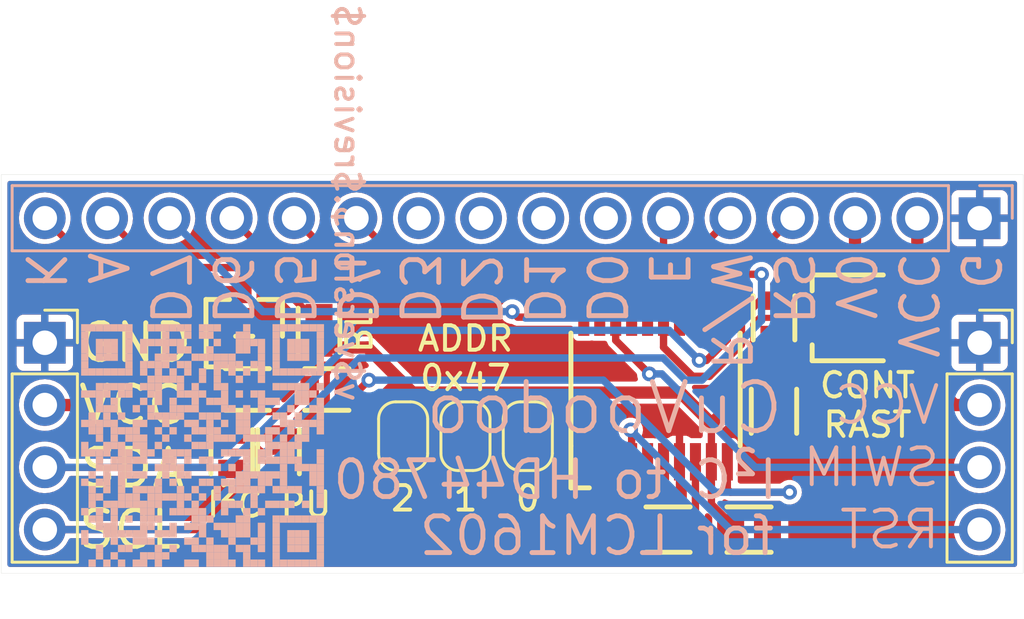
<source format=kicad_pcb>
(kicad_pcb (version 20211014) (generator pcbnew)

  (general
    (thickness 1.6)
  )

  (paper "A5")
  (title_block
    (title "I²C to HD44780 adapter")
    (date "$date$")
    (rev "$version$.$revision$")
    (company "CuVoodoo")
    (comment 1 "King Kévin")
    (comment 2 "CERN-OHL-S")
  )

  (layers
    (0 "F.Cu" signal)
    (31 "B.Cu" signal)
    (33 "F.Adhes" user "F.Adhesive")
    (34 "B.Paste" user)
    (35 "F.Paste" user)
    (36 "B.SilkS" user "B.Silkscreen")
    (37 "F.SilkS" user "F.Silkscreen")
    (38 "B.Mask" user)
    (39 "F.Mask" user)
    (44 "Edge.Cuts" user)
    (45 "Margin" user)
    (46 "B.CrtYd" user "B.Courtyard")
    (47 "F.CrtYd" user "F.Courtyard")
    (48 "B.Fab" user)
    (49 "F.Fab" user)
  )

  (setup
    (stackup
      (layer "F.SilkS" (type "Top Silk Screen"))
      (layer "F.Paste" (type "Top Solder Paste"))
      (layer "F.Mask" (type "Top Solder Mask") (thickness 0.01))
      (layer "F.Cu" (type "copper") (thickness 0.035))
      (layer "dielectric 1" (type "core") (thickness 1.51) (material "FR4") (epsilon_r 4.5) (loss_tangent 0.02))
      (layer "B.Cu" (type "copper") (thickness 0.035))
      (layer "B.Mask" (type "Bottom Solder Mask") (thickness 0.01))
      (layer "B.Paste" (type "Bottom Solder Paste"))
      (layer "B.SilkS" (type "Bottom Silk Screen"))
      (copper_finish "None")
      (dielectric_constraints no)
    )
    (pad_to_mask_clearance 0)
    (pcbplotparams
      (layerselection 0x00010fc_ffffffff)
      (disableapertmacros false)
      (usegerberextensions false)
      (usegerberattributes true)
      (usegerberadvancedattributes true)
      (creategerberjobfile true)
      (svguseinch false)
      (svgprecision 6)
      (excludeedgelayer true)
      (plotframeref false)
      (viasonmask false)
      (mode 1)
      (useauxorigin false)
      (hpglpennumber 1)
      (hpglpenspeed 20)
      (hpglpendiameter 15.000000)
      (dxfpolygonmode true)
      (dxfimperialunits true)
      (dxfusepcbnewfont true)
      (psnegative false)
      (psa4output false)
      (plotreference true)
      (plotvalue true)
      (plotinvisibletext false)
      (sketchpadsonfab false)
      (subtractmaskfromsilk false)
      (outputformat 1)
      (mirror false)
      (drillshape 1)
      (scaleselection 1)
      (outputdirectory "")
    )
  )

  (net 0 "")
  (net 1 "GND")
  (net 2 "Net-(C1-Pad2)")
  (net 3 "VCC")
  (net 4 "/SCL")
  (net 5 "/SDA")
  (net 6 "/V0")
  (net 7 "/RS")
  (net 8 "/SWIM")
  (net 9 "/RST")
  (net 10 "/A0")
  (net 11 "/A1")
  (net 12 "/A2")
  (net 13 "/E")
  (net 14 "/LED_A")
  (net 15 "Net-(R5-Pad1)")
  (net 16 "/BL")
  (net 17 "unconnected-(U1-Pad5)")
  (net 18 "unconnected-(U1-Pad6)")
  (net 19 "/R{slash}W")
  (net 20 "/DB4")
  (net 21 "/DB5")
  (net 22 "/DB6")
  (net 23 "/DB7")
  (net 24 "/LED_K")
  (net 25 "/DB0")
  (net 26 "/DB1")
  (net 27 "/DB2")
  (net 28 "/DB3")

  (footprint "Jumper:SolderJumper-2_P1.3mm_Open_RoundedPad1.0x1.5mm" (layer "F.Cu") (at 100.965 71.12 90))

  (footprint "qeda:UC1608X55N" (layer "F.Cu") (at 92.075 69.215 90))

  (footprint "qeda:CAPC1608X92N" (layer "F.Cu") (at 113.538 70.104))

  (footprint "qeda:UC1608X55N" (layer "F.Cu") (at 94.996 66.802 180))

  (footprint "qeda:RESISTOR_TRIMPOT_3MM" (layer "F.Cu") (at 117.094 66.294 90))

  (footprint "qeda:CAPC1608X92N" (layer "F.Cu") (at 109.22 74.93 90))

  (footprint "qeda:SOP65P640X120-20N" (layer "F.Cu") (at 108.712 69.215 90))

  (footprint "qeda:SOT95P237X112-3N" (layer "F.Cu") (at 91.948 66.294 90))

  (footprint "qeda:UC1608X55N" (layer "F.Cu") (at 95.315 69.215 -90))

  (footprint "qeda:UC1608X55N" (layer "F.Cu") (at 93.345 71.755 180))

  (footprint "qeda:UC1608X55N" (layer "F.Cu") (at 113.538 66.294 180))

  (footprint "Jumper:SolderJumper-2_P1.3mm_Open_RoundedPad1.0x1.5mm" (layer "F.Cu") (at 98.425 71.12 90))

  (footprint "Connector_PinSocket_2.54mm:PinSocket_1x04_P2.54mm_Vertical" (layer "F.Cu") (at 121.92 67.31))

  (footprint "Jumper:SolderJumper-2_P1.3mm_Open_RoundedPad1.0x1.5mm" (layer "F.Cu") (at 103.505 71.12 90))

  (footprint "qeda:CAPC1608X92N" (layer "F.Cu") (at 112.522 74.93 -90))

  (footprint "Connector_PinSocket_2.54mm:PinSocket_1x04_P2.54mm_Vertical" (layer "F.Cu") (at 83.82 67.31))

  (footprint "qeda:UC1608X55N" (layer "F.Cu") (at 91.44 71.755 180))

  (footprint "custom:qr_wiz" (layer "B.Cu") (at 90.25 71.5 180))

  (footprint "Connector_PinSocket_2.54mm:PinSocket_1x16_P2.54mm_Vertical" (layer "B.Cu") (at 121.92 62.23 90))

  (gr_rect (start 82.042 60.452) (end 123.698 76.708) (layer "Edge.Cuts") (width 0.01) (fill none) (tstamp cf5e51d4-ba4b-4769-9d35-cc4d6285c0f1))
  (gr_text "G" (at 121.92 63.5 270) (layer "B.SilkS") (tstamp 0ef2d9cd-e3aa-4fd1-b08a-777db1a36dd9)
    (effects (font (size 1.5 1.5) (thickness 0.2)) (justify right mirror))
  )
  (gr_text "CuVoodoo" (at 114.046 69.977) (layer "B.SilkS") (tstamp 259b2133-83d7-4b0e-83a5-88a71da90f62)
    (effects (font (size 2 2) (thickness 0.2)) (justify left mirror))
  )
  (gr_text "VCC" (at 119.38 63.5 270) (layer "B.SilkS") (tstamp 4eb0ce94-c6dd-49e8-b16d-4564399ac6b3)
    (effects (font (size 1.5 1.5) (thickness 0.2)) (justify right mirror))
  )
  (gr_text "D0" (at 106.68 63.5 270) (layer "B.SilkS") (tstamp 4eb90da9-36da-49d0-877f-74f72fea6f83)
    (effects (font (size 1.5 1.5) (thickness 0.2)) (justify right mirror))
  )
  (gr_text "D2" (at 101.57 63.56 270) (layer "B.SilkS") (tstamp 5aab0fef-ef77-4414-b73b-879f4e6467d1)
    (effects (font (size 1.5 1.5) (thickness 0.2)) (justify right mirror))
  )
  (gr_text "D1" (at 104.14 63.5 270) (layer "B.SilkS") (tstamp 76c2c225-225e-49cc-a7ef-ee028c961351)
    (effects (font (size 1.5 1.5) (thickness 0.2)) (justify right mirror))
  )
  (gr_text "D7" (at 88.9 63.5 270) (layer "B.SilkS") (tstamp 784e69d7-595d-4bf3-a47b-d518003e3cc3)
    (effects (font (size 1.5 1.5) (thickness 0.2)) (justify right mirror))
  )
  (gr_text "I²C to HD44780" (at 113.792 72.898) (layer "B.SilkS") (tstamp 7eefb31a-5094-4d87-9b7b-010c45bbe735)
    (effects (font (size 1.5 1.5) (thickness 0.2)) (justify left mirror))
  )
  (gr_text "for LCM1602" (at 113.665 75.184) (layer "B.SilkS") (tstamp 927746f9-707d-47c1-b180-a5d8cebf768f)
    (effects (font (size 1.5 1.5) (thickness 0.2)) (justify left mirror))
  )
  (gr_text "K" (at 83.82 63.5 270) (layer "B.SilkS") (tstamp a5c56bd0-b3ad-449e-b777-e6b436ae4823)
    (effects (font (size 1.5 1.5) (thickness 0.2)) (justify right mirror))
  )
  (gr_text "RS" (at 114.3 63.5 270) (layer "B.SilkS") (tstamp b24d0f45-780a-4048-8d2a-2aa1190b6725)
    (effects (font (size 1.5 1.5) (thickness 0.2)) (justify right mirror))
  )
  (gr_text "A" (at 86.36 63.5 270) (layer "B.SilkS") (tstamp b47def68-7957-4aa6-85e3-168365aacb1e)
    (effects (font (size 1.5 1.5) (thickness 0.2)) (justify right mirror))
  )
  (gr_text "RST" (at 120.396 74.93) (layer "B.SilkS") (tstamp b6b48858-7ac8-4e89-8509-4533c2b52b53)
    (effects (font (size 1.5 1.5) (thickness 0.16)) (justify left mirror))
  )
  (gr_text "D6" (at 91.44 63.5 270) (layer "B.SilkS") (tstamp b7c5ef78-ba07-49cd-93a8-9b20827daf2e)
    (effects (font (size 1.5 1.5) (thickness 0.2)) (justify right mirror))
  )
  (gr_text "D4" (at 96.52 63.5 270) (layer "B.SilkS") (tstamp bf3ee843-796c-4841-adc3-b39e0938f43d)
    (effects (font (size 1.5 1.5) (thickness 0.2)) (justify right mirror))
  )
  (gr_text "v$version$.$revision$" (at 96.15 69.8 270) (layer "B.SilkS") (tstamp c33367b0-5b82-426b-9605-3ab31ab18d42)
    (effects (font (size 1 1) (thickness 0.16)) (justify left mirror))
  )
  (gr_text "SWIM" (at 120.396 72.39) (layer "B.SilkS") (tstamp c45d6ed0-e5bf-4336-85ef-dc9463096820)
    (effects (font (size 1.5 1.5) (thickness 0.16)) (justify left mirror))
  )
  (gr_text "E" (at 109.22 63.5 270) (layer "B.SilkS") (tstamp cc3e7146-d433-411b-98b5-590f56aa92c8)
    (effects (font (size 1.5 1.5) (thickness 0.2)) (justify right mirror))
  )
  (gr_text "R/W" (at 111.76 63.5 270) (layer "B.SilkS") (tstamp e7d4b9a4-5a04-478c-875e-20b2d1d05aa2)
    (effects (font (size 1.5 1.5) (thickness 0.2)) (justify right mirror))
  )
  (gr_text "D5" (at 93.98 63.5 270) (layer "B.SilkS") (tstamp e87d30f7-9e82-408e-96bf-595e592a91cf)
    (effects (font (size 1.5 1.5) (thickness 0.2)) (justify right mirror))
  )
  (gr_text "V0" (at 116.84 63.5 270) (layer "B.SilkS") (tstamp f3b35dd6-4357-4c3d-abe3-c5126c658b2a)
    (effects (font (size 1.5 1.5) (thickness 0.2)) (justify right mirror))
  )
  (gr_text "D3" (at 99.06 63.5 270) (layer "B.SilkS") (tstamp f527f38e-2a1d-4f94-b450-eedbb272abf6)
    (effects (font (size 1.5 1.5) (thickness 0.2)) (justify right mirror))
  )
  (gr_text "VCC" (at 120.396 69.85) (layer "B.SilkS") (tstamp fd54593b-2d14-4111-9652-fc042e9d57df)
    (effects (font (size 1.5 1.5) (thickness 0.16)) (justify left mirror))
  )
  (gr_text "CONT\nRAST" (at 117.348 69.85) (layer "F.SilkS") (tstamp 0bb9249b-da4c-4479-a5c6-967e9720f7cd)
    (effects (font (size 1 1) (thickness 0.16)))
  )
  (gr_text "2" (at 98.425 73.66) (layer "F.SilkS") (tstamp 0f7c1b0c-36b6-43e9-a11e-b2fb34d45009)
    (effects (font (size 1 1) (thickness 0.16)))
  )
  (gr_text "ADDR\n0x47" (at 100.965 67.945) (layer "F.SilkS") (tstamp 2c6303c8-4590-43f4-a924-df7c497c18ae)
    (effects (font (size 1 1) (thickness 0.16)))
  )
  (gr_text "1" (at 100.965 73.66) (layer "F.SilkS") (tstamp 4fda5a08-e8f2-4b42-b114-d27e5f751302)
    (effects (font (size 1 1) (thickness 0.16)))
  )
  (gr_text "GND" (at 85.09 67.31) (layer "F.SilkS") (tstamp 54db90e2-f497-491c-a27b-6eb11bd49ad1)
    (effects (font (size 1.5 1.5) (thickness 0.2)) (justify left))
  )
  (gr_text "SCL" (at 85.09 74.93) (layer "F.SilkS") (tstamp 6cd8121a-566f-41ca-8698-df2efcc6644b)
    (effects (font (size 1.5 1.5) (thickness 0.2)) (justify left))
  )
  (gr_text "I²C PU" (at 92.964 73.914) (layer "F.SilkS") (tstamp 8ddcd7f4-7590-43a4-8253-60d649f3aa57)
    (effects (font (size 1 1) (thickness 0.16)))
  )
  (gr_text "SDA" (at 85.15 72.43) (layer "F.SilkS") (tstamp 934f367e-fe42-4109-bf34-242c34976a02)
    (effects (font (size 1.5 1.5) (thickness 0.2)) (justify left))
  )
  (gr_text "0" (at 103.505 73.66) (layer "F.SilkS") (tstamp aebc62ee-6272-4304-96b6-6b58efff7d2e)
    (effects (font (size 1 1) (thickness 0.16)))
  )
  (gr_text "BL" (at 96.647 66.802 90) (layer "F.SilkS") (tstamp e1dfb03e-82c7-4269-b296-8ac72cb4905f)
    (effects (font (size 1 1) (thickness 0.16)))
  )
  (gr_text "VCC" (at 85.09 69.85) (layer "F.SilkS") (tstamp f3057069-32ad-455b-9881-b046daeef1a2)
    (effects (font (size 1.5 1.5) (thickness 0.2)) (justify left))
  )

  (segment (start 110.337 72.165) (end 110.337 74.563) (width 0.3) (layer "F.Cu") (net 2) (tstamp a453789c-f41d-45dd-a0b4-4f839044d917))
  (segment (start 110.337 74.817) (end 110.224 74.93) (width 0.3) (layer "F.Cu") (net 2) (tstamp f57b8aaf-aaba-46d5-9e18-c1f82d781ff4))
  (segment (start 110.337 74.563) (end 109.97 74.93) (width 0.3) (layer "F.Cu") (net 2) (tstamp f6c8059c-2045-4e7a-ae95-3088afee1e08))
  (segment (start 116.644 67.544) (end 114.088 67.544) (width 0.5) (layer "F.Cu") (net 3) (tstamp 09bc5ea8-86b8-4f45-9040-06c9deaca433))
  (segment (start 98.298 68.834) (end 98.806 69.342) (width 0.5) (layer "F.Cu") (net 3) (tstamp 0ac9c222-ef72-4c07-9f6a-63fd987177e0))
  (segment (start 120.396 69.342) (end 120.396 65.696) (width 0.5) (layer "F.Cu") (net 3) (tstamp 1afd56be-d896-4f00-88f7-46a1fe16a6e3))
  (segment (start 96.077 71.055) (end 98.298 68.834) (width 0.5) (layer "F.Cu") (net 3) (tstamp 303de195-305a-4773-82d6-3f86cb39a3c4))
  (segment (start 110.987 73.891) (end 111.772 74.676) (width 0.3) (layer "F.Cu") (net 3) (tstamp 35087d31-6e36-465d-8638-e908b8d4d37b))
  (segment (start 110.987 72.165) (end 110.987 73.891) (width 0.3) (layer "F.Cu") (net 3) (tstamp 38467c2d-841d-43d8-80cd-4bd4227ed2f1))
  (segment (start 120.396 65.696) (end 119.994 65.294) (width 0.5) (layer "F.Cu") (net 3) (tstamp 3912dab9-d47e-480b-883a-455fc5105d74))
  (segment (start 121.92 69.85) (end 120.904 69.85) (width 0.5) (layer "F.Cu") (net 3) (tstamp 4246437c-cb51-4255-8fd3-f83118c34a5b))
  (segment (start 94.996 67.502) (end 96.966 67.502) (width 0.5) (layer "F.Cu") (net 3) (tstamp 4d9e46c9-61aa-4452-97c5-bde84549c76b))
  (segment (start 110.987 72.165) (end 110.987 70.623) (width 0.3) (layer "F.Cu") (net 3) (tstamp 52fdd2f0-d508-42d9-912b-4c7251f5d00e))
  (segment (start 110.987 70.623) (end 110.998 70.612) (width 0.3) (layer "F.Cu") (net 3) (tstamp 577123d3-144e-49a0-96d3-685c18cb1294))
  (segment (start 114.088 67.544) (end 113.538 66.994) (width 0.5) (layer "F.Cu") (net 3) (tstamp 5e25989a-6589-43bc-84db-1f02ae854f8b))
  (segment (start 113.538 66.994) (end 113.538 69.354) (width 0.5) (layer "F.Cu") (net 3) (tstamp 6d361efd-f502-49ff-ab64-8ecedfc6c29e))
  (segment (start 85.598 69.85) (end 83.82 69.85) (width 0.5) (layer "F.Cu") (net 3) (tstamp 7f5068cc-2705-4111-81cf-52b820e854e7))
  (segment (start 109.728 69.342) (end 110.998 70.612) (width 0.5) (layer "F.Cu") (net 3) (tstamp 826e9225-c316-4d4f-aedf-1777c531c742))
  (segment (start 119.38 64.808) (end 118.894 65.294) (width 0.5) (layer "F.Cu") (net 3) (tstamp 896d0237-12b5-491b-932f-ca12bd442a0b))
  (segment (start 120.904 69.85) (end 120.396 69.342) (width 0.5) (layer "F.Cu") (net 3) (tstamp ab0a8636-1f88-4886-b01b-be3b03adaa4f))
  (segment (start 93.345 71.055) (end 96.077 71.055) (width 0.5) (layer "F.Cu") (net 3) (tstamp ac1d6bfa-58e5-438a-8992-5cc7ec27043b))
  (segment (start 93.345 71.055) (end 91.44 71.055) (width 0.5) (layer "F.Cu") (net 3) (tstamp b0c584e3-f164-4006-93fe-b3a034ea04d6))
  (segment (start 119.994 65.294) (end 118.894 65.294) (width 0.5) (layer "F.Cu") (net 3) (tstamp b88327b6-104f-4de8-b15e-fb74ac1864c8))
  (segment (start 91.44 71.055) (end 86.803 71.055) (width 0.5) (layer "F.Cu") (net 3) (tstamp b957529e-1c3c-43d5-8db3-2af504734c46))
  (segment (start 98.806 69.342) (end 109.728 69.342) (width 0.5) (layer "F.Cu") (net 3) (tstamp bf00e84a-881b-41c1-8f30-31ba15bd3ca8))
  (segment (start 119.38 62.23) (end 119.38 64.808) (width 0.5) (layer "F.Cu") (net 3) (tstamp c6e9db10-53b1-4257-9146-1a00c65f61df))
  (segment (start 86.803 71.055) (end 85.598 69.85) (width 0.5) (layer "F.Cu") (net 3) (tstamp d392cf23-a08e-4972-8879-e7dd33d3e1a7))
  (segment (start 96.966 67.502) (end 98.298 68.834) (width 0.5) (layer "F.Cu") (net 3) (tstamp f0151711-ce92-443a-bc0f-0305e55baffd))
  (segment (start 118.894 65.294) (end 116.644 67.544) (width 0.5) (layer "F.Cu") (net 3) (tstamp f0f69854-856d-4ddd-b761-2ae053ae15e6))
  (segment (start 111.772 74.676) (end 111.772 74.93) (width 0.3) (layer "F.Cu") (net 3) (tstamp f67ba6fe-9531-4a29-a041-de0d1d3a0ebf))
  (segment (start 113.538 69.354) (end 112.256 69.354) (width 0.5) (layer "F.Cu") (net 3) (tstamp f7d73848-d6fc-40f9-99e7-8417e614a0c0))
  (segment (start 112.256 69.354) (end 110.998 70.612) (width 0.5) (layer "F.Cu") (net 3) (tstamp fda13e3b-4338-4477-83aa-509d13f62da0))
  (segment (start 110.998 65.2165) (end 111.6985 64.516) (width 0.3) (layer "F.Cu") (net 4) (tstamp 09b2e267-a21c-4f55-aa6f-907111e60716))
  (segment (start 90.87 74.93) (end 93.345 72.455) (width 0.3) (layer "F.Cu") (net 4) (tstamp 44552c8b-a63b-42fb-ab31-1ff35012eb90))
  (segment (start 110.998 66.254) (end 110.998 65.2165) (width 0.3) (layer "F.Cu") (net 4) (tstamp 44a7751e-f313-4071-8995-911aa1472bc6))
  (segment (start 111.6985 64.516) (end 113.03 64.516) (width 0.3) (layer "F.Cu") (net 4) (tstamp 641c8a38-3126-4b31-b121-0b875ca09ca0))
  (segment (start 83.82 74.93) (end 90.87 74.93) (width 0.3) (layer "F.Cu") (net 4) (tstamp 7df6d733-02cd-43b3-9b87-3d28d40df1f5))
  (segment (start 110.987 66.265) (end 110.998 66.254) (width 0.3) (layer "F.Cu") (net 4) (tstamp d4da1225-920f-4363-ae66-6c01c67e1a15))
  (via (at 113.03 64.516) (size 0.6) (drill 0.3) (layers "F.Cu" "B.Cu") (net 4) (tstamp 273732e7-a4df-4d44-9d81-11201e65a53a))
  (segment (start 113.03 66.406239) (end 110.602239 68.834) (width 0.3) (layer "B.Cu") (net 4) (tstamp 024488f5-b6a0-4726-8609-f260c2a9cb09))
  (segment (start 110.602239 68.834) (end 109.927106 68.834) (width 0.3) (layer "B.Cu") (net 4) (tstamp 0a57f309-a2e4-4cad-a98e-2615a2820ea6))
  (segment (start 109.023106 67.93) (end 96.662 67.93) (width 0.3) (layer "B.Cu") (net 4) (tstamp 11d9b6bd-01b7-497f-94cd-2b4ab909f199))
  (segment (start 113.03 64.516) (end 113.03 66.406239) (width 0.3) (layer "B.Cu") (net 4) (tstamp 16962153-3011-43c8-bb63-85a2794c9c34))
  (segment (start 109.927106 68.834) (end 109.023106 67.93) (width 0.3) (layer "B.Cu") (net 4) (tstamp 57ed325a-7958-49b3-b0b4-b3e5f22a249c))
  (segment (start 89.662 74.93) (end 83.82 74.93) (width 0.3) (layer "B.Cu") (net 4) (tstamp 6c8afbc4-c63c-4afd-ae39-95e9bd079c21))
  (segment (start 96.662 67.93) (end 89.662 74.93) (width 0.3) (layer "B.Cu") (net 4) (tstamp a14fd398-93a6-4c01-89c6-3f6d66f2ad59))
  (segment (start 111.637 67.179) (end 110.789 68.027) (width 0.3) (layer "F.Cu") (net 5) (tstamp 244649d7-16d0-4f8b-b11e-dcb387547ca6))
  (segment (start 111.637 66.265) (end 111.637 67.179) (width 0.3) (layer "F.Cu") (net 5) (tstamp 68bc1872-e364-415b-91c8-65f5fa5894c6))
  (segment (start 83.82 72.39) (end 91.375 72.39) (width 0.3) (layer "F.Cu") (net 5) (tstamp 74129d5a-d148-49fe-8c32-af3ed5b35f70))
  (segment (start 91.375 72.39) (end 91.44 72.455) (width 0.3) (layer "F.Cu") (net 5) (tstamp 90b54c37-5f25-4369-98b1-5b24f681b0d2))
  (segment (start 110.789 68.027) (end 110.49 68.027) (width 0.3) (layer "F.Cu") (net 5) (tstamp c6369e34-f45e-4c4e-89f1-b2ffcebe0831))
  (via (at 110.49 68.027) (size 0.6) (drill 0.3) (layers "F.Cu" "B.Cu") (net 5) (tstamp 5c205121-bab7-4a6d-be91-3c9302cd9080))
  (segment (start 83.82 72.39) (end 91.186 72.39) (width 0.3) (layer "B.Cu") (net 5) (tstamp 5c48bd1c-85da-40b5-acbd-dc351983a041))
  (segment (start 109.265 66.802) (end 110.49 68.027) (width 0.3) (layer "B.Cu") (net 5) (tstamp 7506a358-25c5-4ff8-beb8-fa8b4c7b69b0))
  (segment (start 91.186 72.39) (end 96.774 66.802) (width 0.3) (layer "B.Cu") (net 5) (tstamp b414abac-c75b-49db-bc81-1ca4a3903e0c))
  (segment (start 96.774 66.802) (end 109.265 66.802) (width 0.3) (layer "B.Cu") (net 5) (tstamp e757b704-e7ca-4dce-88b3-7230f8324a41))
  (segment (start 116.84 64.998) (end 115.544 66.294) (width 0.5) (layer "F.Cu") (net 6) (tstamp 11664856-5053-4e38-8bc0-09460dc508b9))
  (segment (start 116.84 62.23) (end 116.84 64.998) (width 0.5) (layer "F.Cu") (net 6) (tstamp dc3d446e-af3e-4b1b-a6a2-5364cc9635c4))
  (segment (start 112.776 63.754) (end 114.3 62.23) (width 0.3) (layer "F.Cu") (net 7) (tstamp 22498656-7c1c-4a95-bc21-3e5af2107c08))
  (segment (start 110.337 64.669) (end 111.252 63.754) (width 0.3) (layer "F.Cu") (net 7) (tstamp 2dae3cb3-8ff2-490d-bb49-1ee92b69496c))
  (segment (start 111.252 63.754) (end 112.776 63.754) (width 0.3) (layer "F.Cu") (net 7) (tstamp 668c1c78-43ee-42cc-ae6f-1d335e70eb5e))
  (segment (start 110.337 66.265) (end 110.337 64.669) (width 0.3) (layer "F.Cu") (net 7) (tstamp 9676cfc9-c68d-4b14-8b33-248aa1884d00))
  (segment (start 108.458 68.58) (end 107.087 67.209) (width 0.3) (layer "F.Cu") (net 8) (tstamp b0eb3de7-5bcc-4569-83ca-dad10d364420))
  (segment (start 107.087 67.209) (end 107.087 66.265) (width 0.3) (layer "F.Cu") (net 8) (tstamp df68be56-6dc6-4b83-a49c-f5704260f20f))
  (via (at 108.458 68.58) (size 0.6) (drill 0.3) (layers "F.Cu" "B.Cu") (net 8) (tstamp 5529c611-1c2a-4fc4-90cc-97484da0a08d))
  (segment (start 112.776 72.39) (end 121.92 72.39) (width 0.3) (layer "B.Cu") (net 8) (tstamp 3bb2f9f6-8b38-4a9e-af8c-fb728450cbce))
  (segment (start 108.966 68.58) (end 112.776 72.39) (width 0.3) (layer "B.Cu") (net 8) (tstamp b4f05db0-a515-4021-b0e1-54ae238d6db1))
  (segment (start 108.458 68.58) (end 108.966 68.58) (width 0.3) (layer "B.Cu") (net 8) (tstamp f274d846-1b35-406b-86d6-7085c7e4818d))
  (segment (start 107.737 70.907) (end 107.696 70.866) (width 0.3) (layer "F.Cu") (net 9) (tstamp 19626147-b60c-490b-bfd4-5f1d39140b48))
  (segment (start 107.737 72.165) (end 107.737 70.907) (width 0.3) (layer "F.Cu") (net 9) (tstamp c091c6ae-317d-4610-9839-2ba6641e265f))
  (via (at 107.696 70.866) (size 0.6) (drill 0.3) (layers "F.Cu" "B.Cu") (net 9) (tstamp 1f1872b2-2d85-40b5-877c-1cd3e600afc1))
  (segment (start 121.92 74.93) (end 111.76 74.93) (width 0.3) (layer "B.Cu") (net 9) (tstamp 21881f72-11b6-4936-81d7-f0d4cf8edfc8))
  (segment (start 111.76 74.93) (end 107.696 70.866) (width 0.3) (layer "B.Cu") (net 9) (tstamp ef11fe3b-4229-48cb-8bea-a44f5bfbca55))
  (segment (start 103.9 72.165) (end 103.505 71.77) (width 0.3) (layer "F.Cu") (net 10) (tstamp 332b91ae-f620-4cf8-982d-a412be0e254b))
  (segment (start 105.787 72.165) (end 103.9 72.165) (width 0.3) (layer "F.Cu") (net 10) (tstamp 98a6c80f-7b2f-451c-9aae-167ce5cd2d62))
  (segment (start 106.437 72.165) (end 106.437 73.2275) (width 0.3) (layer "F.Cu") (net 11) (tstamp 38717742-d843-48ab-a0db-5eb340d2dfad))
  (segment (start 106.437 73.2275) (end 106.387 73.2775) (width 0.3) (layer "F.Cu") (net 11) (tstamp 3908e738-85d5-413a-99af-2b8a1baa2622))
  (segment (start 106.387 73.2775) (end 102.4725 73.2775) (width 0.3) (layer "F.Cu") (net 11) (tstamp 9d3a97f3-526d-43e6-a2f0-b7e89d028940))
  (segment (start 102.4725 73.2775) (end 100.965 71.77) (width 0.3) (layer "F.Cu") (net 11) (tstamp f990e7ed-1658-4378-ba60-558efad2f90c))
  (segment (start 107.087 72.165) (end 107.087 73.284606) (width 0.3) (layer "F.Cu") (net 12) (tstamp 26ca652e-1ada-4bd9-be30-16a669065ce9))
  (segment (start 107.087 73.284606) (end 106.457606 73.914) (width 0.3) (layer "F.Cu") (net 12) (tstamp 4b80de3f-07c6-4cca-90f9-dedf5c089362))
  (segment (start 100.569 73.914) (end 98.425 71.77) (width 0.3) (layer "F.Cu") (net 12) (tstamp 914f4c86-48a0-47ca-8667-2123ec677967))
  (segment (start 106.457606 73.914) (end 100.569 73.914) (width 0.3) (layer "F.Cu") (net 12) (tstamp 9248557b-a0c8-4131-9f00-ccbe52cdfeb1))
  (segment (start 110.220761 68.677) (end 110.9125 68.677) (width 0.3) (layer "F.Cu") (net 13) (tstamp 1dfdb103-b016-4186-9948-1c1098d34adf))
  (segment (start 109.037 66.265) (end 109.037 67.493239) (width 0.3) (layer "F.Cu") (net 13) (tstamp 320ff5d4-782e-47a3-b0bc-679ae18d4de0))
  (segment (start 109.037 67.493239) (end 110.220761 68.677) (width 0.3) (layer "F.Cu") (net 13) (tstamp 6879442e-5817-4b45-83e2-9abe9f9d222f))
  (segment (start 109.037 66.265) (end 109.037 62.413) (width 0.3) (layer "F.Cu") (net 13) (tstamp 69519727-83b8-4431-9264-38c2995ce5e7))
  (segment (start 110.9125 68.677) (end 112.212 67.3775) (width 0.3) (layer "F.Cu") (net 13) (tstamp 897367d0-2456-4f81-8561-498720235d5f))
  (segment (start 112.212 66.35) (end 112.968 65.594) (width 0.3) (layer "F.Cu") (net 13) (tstamp 96311d3a-7749-46f0-af78-8e59d1dec3e5))
  (segment (start 112.968 65.594) (end 113.538 65.594) (width 0.3) (layer "F.Cu") (net 13) (tstamp 988a2c79-ee7d-4e8d-955b-d29c1e370ee6))
  (segment (start 112.212 67.3775) (end 112.212 66.35) (width 0.3) (layer "F.Cu") (net 13) (tstamp abb7b1f6-c413-4725-b191-ed7a1b6f3174))
  (segment (start 109.037 62.413) (end 109.22 62.23) (width 0.3) (layer "F.Cu") (net 13) (tstamp c9eabab5-e236-41e9-a51b-1d4fe16a06d6))
  (segment (start 92.692 64.244) (end 94.55 66.102) (width 0.3) (layer "F.Cu") (net 14) (tstamp 1258f209-9aa2-47c8-81ae-6227c4db543f))
  (segment (start 86.36 62.23) (end 88.374 64.244) (width 0.3) (layer "F.Cu") (net 14) (tstamp 2dfbc866-0b32-4de4-93c3-e5e327cc77b6))
  (segment (start 94.55 66.102) (end 94.996 66.102) (width 0.3) (layer "F.Cu") (net 14) (tstamp 8834e3b0-3a8c-4d31-8c60-0c729ba7b055))
  (segment (start 88.374 64.244) (end 92.692 64.244) (width 0.3) (layer "F.Cu") (net 14) (tstamp 8db4ac9f-aa88-48d8-ab4e-560e832cf3a4))
  (segment (start 90.998 68.838) (end 91.375 69.215) (width 0.3) (layer "F.Cu") (net 15) (tstamp 1d3ebeb6-ee73-495b-aec5-949b722bc730))
  (segment (start 91.375 69.39) (end 92.1 70.115) (width 0.3) (layer "F.Cu") (net 15) (tstamp 5c199f50-3782-47da-aab6-cc9c44a65616))
  (segment (start 93.715 70.115) (end 94.615 69.215) (width 0.3) (layer "F.Cu") (net 15) (tstamp 6a4848e0-d79f-4b43-bf25-3462abdc5448))
  (segment (start 90.998 67.444) (end 90.998 68.838) (width 0.3) (layer "F.Cu") (net 15) (tstamp 7690cfdc-4278-4eff-973d-2000b0f3b187))
  (segment (start 91.375 69.215) (end 91.375 69.39) (width 0.3) (layer "F.Cu") (net 15) (tstamp 7d3c73f9-9bf4-454b-a83f-4021864c6fe6))
  (segment (start 92.1 70.115) (end 93.715 70.115) (width 0.3) (layer "F.Cu") (net 15) (tstamp f2e33fd3-66b7-48f3-842e-31e61ee6398e))
  (segment (start 114.173 73.406) (end 111.76 73.406) (width 0.3) (layer "F.Cu") (net 16) (tstamp 519ba84c-7c35-4e70-9fa2-d84d3117a3b3))
  (segment (start 96.015 69.215) (end 96.647 69.215) (width 0.3) (layer "F.Cu") (net 16) (tstamp 6140246e-e4a3-400b-b5bb-3f84eed8f469))
  (segment (start 111.76 73.406) (end 111.637 73.283) (width 0.3) (layer "F.Cu") (net 16) (tstamp dee901d0-a0eb-41ae-848f-ce64a63d9d51))
  (segment (start 111.637 73.283) (end 111.637 72.165) (width 0.3) (layer "F.Cu") (net 16) (tstamp f47250dc-c08e-4b81-bf0c-dad4d91e2b7f))
  (segment (start 96.647 69.215) (end 97.028 68.834) (width 0.3) (layer "F.Cu") (net 16) (tstamp f5fbabfc-f631-44ea-9962-47b1260139ac))
  (via (at 114.173 73.406) (size 0.6) (drill 0.3) (layers "F.Cu" "B.Cu") (net 16) (tstamp 1f2f2d6f-78e9-46fe-b65d-0e8ee6524ae6))
  (via (at 97.028 68.834) (size 0.6) (drill 0.3) (layers "F.Cu" "B.Cu") (net 16) (tstamp cf85435c-39be-4a10-af52-6233d8d1f0cc))
  (segment (start 114.173 73.406) (end 111.155239 73.406) (width 0.3) (layer "B.Cu") (net 16) (tstamp 3448ef71-0ace-4abe-95fe-0001efafebac))
  (segment (start 111.155239 73.406) (end 106.583239 68.834) (width 0.3) (layer "B.Cu") (net 16) (tstamp 4238746a-ec72-4ff8-ba22-ca553e0d4e04))
  (segment (start 106.583239 68.834) (end 97.028 68.834) (width 0.3) (layer "B.Cu") (net 16) (tstamp 922400fc-bc8a-48c1-8160-5042e811b880))
  (segment (start 109.687 64.303) (end 111.76 62.23) (width 0.3) (layer "F.Cu") (net 19) (tstamp 0629b588-60d4-47d6-abb4-f89fb58a4dad))
  (segment (start 109.687 66.265) (end 109.687 64.303) (width 0.3) (layer "F.Cu") (net 19) (tstamp 44d84a5c-80f9-45d8-8fe1-4e8978f3885d))
  (segment (start 97.79 63.5) (end 96.52 62.23) (width 0.3) (layer "F.Cu") (net 20) (tstamp 091c37b0-a8d8-483e-a63d-45f021ffdba4))
  (segment (start 106.934 63.5) (end 97.79 63.5) (width 0.3) (layer "F.Cu") (net 20) (tstamp 6be7e66b-dc7d-4e80-bc14-65a2d080f8d9))
  (segment (start 108.387 64.953) (end 106.934 63.5) (width 0.3) (layer "F.Cu") (net 20) (tstamp 8bc8cae9-62cf-47b9-9d4b-bacc8c95f57c))
  (segment (start 108.387 66.265) (end 108.387 64.953) (width 0.3) (layer "F.Cu") (net 20) (tstamp de050444-ed62-4b87-be92-c0934926ae1a))
  (segment (start 107.737 66.265) (end 107.737 65.2025) (width 0.3) (layer "F.Cu") (net 21) (tstamp 0b09c46c-e291-4796-a247-89a72f40e59d))
  (segment (start 95.75 64) (end 93.98 62.23) (width 0.3) (layer "F.Cu") (net 21) (tstamp 2c302ba0-4f4f-4dc6-8fe7-1f3dc6fb8754))
  (segment (start 107.737 65.2025) (end 106.5345 64) (width 0.3) (layer "F.Cu") (net 21) (tstamp 34947dbd-8f82-4a80-99df-968730e9ce13))
  (segment (start 106.5345 64) (end 95.75 64) (width 0.3) (layer "F.Cu") (net 21) (tstamp b160fec5-0ab6-4694-9356-e7338f8670c4))
  (segment (start 106.437 66.265) (end 106.437 65.2275) (width 0.3) (layer "F.Cu") (net 22) (tstamp 005ea912-2ac1-4aab-977c-7199b8011a85))
  (segment (start 106.437 65.2275) (end 106.2335 65.024) (width 0.3) (layer "F.Cu") (net 22) (tstamp 322e2ed9-9622-4c96-accb-0e4a7b87b84d))
  (segment (start 94.234 65.024) (end 91.44 62.23) (width 0.3) (layer "F.Cu") (net 22) (tstamp 939c3b64-e65b-4926-a195-37a744db1e28))
  (segment (start 106.2335 65.024) (end 94.234 65.024) (width 0.3) (layer "F.Cu") (net 22) (tstamp fd9afdc3-5a82-4434-9cc1-bc8b3d965dfa))
  (segment (start 105.787 66.265) (end 103.095 66.265) (width 0.3) (layer "F.Cu") (net 23) (tstamp 0faab617-2423-4fb5-b4da-d4e7ef311dc4))
  (segment (start 103.095 66.265) (end 102.87 66.04) (width 0.3) (layer "F.Cu") (net 23) (tstamp f023c8f3-72ef-4f10-a38e-181acbdb426f))
  (via (at 102.87 66.04) (size 0.6) (drill 0.3) (layers "F.Cu" "B.Cu") (net 23) (tstamp 5c5979fe-f6a7-4c25-adfc-5188d53f3acf))
  (segment (start 92.71 66.04) (end 88.9 62.23) (width 0.3) (layer "B.Cu") (net 23) (tstamp b292e15f-e75f-4608-b16f-519ed2903696))
  (segment (start 102.87 66.04) (end 92.71 66.04) (width 0.3) (layer "B.Cu") (net 23) (tstamp d74ad789-7b2b-4e38-9758-7233ce9f538b))
  (segment (start 83.82 62.23) (end 86.734 65.144) (width 0.3) (layer "F.Cu") (net 24) (tstamp 2c103a74-f93c-488d-9261-a3b5296e4468))
  (segment (start 86.734 65.144) (end 91.948 65.144) (width 0.3) (layer "F.Cu") (net 24) (tstamp 8d9ea848-f73f-441b-b1e0-d62c6cfa186b))

  (zone (net 1) (net_name "GND") (layers F&B.Cu) (tstamp 3610d9f2-5df4-48d1-bb61-d00028d63ee6) (hatch edge 0.508)
    (connect_pads (clearance 0.2))
    (min_thickness 0.2) (filled_areas_thickness no)
    (fill yes (thermal_gap 0.3) (thermal_bridge_width 0.3))
    (polygon
      (pts
        (xy 123.444 76.454)
        (xy 82.296 76.454)
        (xy 82.296 60.706)
        (xy 123.444 60.706)
      )
    )
    (filled_polygon
      (layer "F.Cu")
      (pts
        (xy 123.403191 60.724907)
        (xy 123.439155 60.774407)
        (xy 123.444 60.805)
        (xy 123.444 76.355)
        (xy 123.425093 76.413191)
        (xy 123.375593 76.449155)
        (xy 123.345 76.454)
        (xy 82.395 76.454)
        (xy 82.336809 76.435093)
        (xy 82.300845 76.385593)
        (xy 82.296 76.355)
        (xy 82.296 74.915262)
        (xy 82.76452 74.915262)
        (xy 82.764925 74.920082)
        (xy 82.778354 75.08)
        (xy 82.781759 75.120553)
        (xy 82.783092 75.125201)
        (xy 82.783092 75.125202)
        (xy 82.82782 75.281186)
        (xy 82.838544 75.318586)
        (xy 82.932712 75.501818)
        (xy 83.060677 75.66327)
        (xy 83.064357 75.666402)
        (xy 83.064359 75.666404)
        (xy 83.155378 75.743867)
        (xy 83.217564 75.796791)
        (xy 83.221787 75.799151)
        (xy 83.221791 75.799154)
        (xy 83.338702 75.864493)
        (xy 83.397398 75.897297)
        (xy 83.401996 75.898791)
        (xy 83.588724 75.959463)
        (xy 83.588726 75.959464)
        (xy 83.593329 75.960959)
        (xy 83.797894 75.985351)
        (xy 83.802716 75.98498)
        (xy 83.802719 75.98498)
        (xy 83.870541 75.979761)
        (xy 84.0033 75.969546)
        (xy 84.201725 75.914145)
        (xy 84.206038 75.911966)
        (xy 84.206044 75.911964)
        (xy 84.381289 75.823441)
        (xy 84.381291 75.82344)
        (xy 84.38561 75.821258)
        (xy 84.399358 75.810517)
        (xy 84.544135 75.697406)
        (xy 84.544139 75.697402)
        (xy 84.547951 75.694424)
        (xy 84.593772 75.64134)
        (xy 84.613613 75.618353)
        (xy 84.632356 75.596639)
        (xy 107.62 75.596639)
        (xy 107.620346 75.602485)
        (xy 107.622234 75.618353)
        (xy 107.626128 75.632519)
        (xy 107.66477 75.719514)
        (xy 107.674946 75.734321)
        (xy 107.741108 75.800367)
        (xy 107.755931 75.810517)
        (xy 107.84298 75.849)
        (xy 107.857185 75.852873)
        (xy 107.87258 75.854668)
        (xy 107.878292 75.855)
        (xy 108.30432 75.855)
        (xy 108.317005 75.850878)
        (xy 108.32 75.846757)
        (xy 108.32 75.09568)
        (xy 108.315878 75.082995)
        (xy 108.311757 75.08)
        (xy 107.63568 75.08)
        (xy 107.622995 75.084122)
        (xy 107.62 75.088243)
        (xy 107.62 75.596639)
        (xy 84.632356 75.596639)
        (xy 84.682564 75.538472)
        (xy 84.701231 75.505613)
        (xy 84.781934 75.36355)
        (xy 84.781935 75.363547)
        (xy 84.784323 75.359344)
        (xy 84.78585 75.354755)
        (xy 84.785851 75.354753)
        (xy 84.788013 75.348252)
        (xy 84.824321 75.299004)
        (xy 84.881952 75.2805)
        (xy 90.822052 75.2805)
        (xy 90.842888 75.282718)
        (xy 90.84417 75.282994)
        (xy 90.853261 75.284951)
        (xy 90.885071 75.281186)
        (xy 90.890963 75.280839)
        (xy 90.890963 75.280836)
        (xy 90.89503 75.2805)
        (xy 90.899115 75.2805)
        (xy 90.903141 75.27983)
        (xy 90.903152 75.279829)
        (xy 90.917119 75.277504)
        (xy 90.921726 75.276848)
        (xy 90.944689 75.27413)
        (xy 90.961012 75.272198)
        (xy 90.961013 75.272198)
        (xy 90.969138 75.271236)
        (xy 90.976122 75.267882)
        (xy 90.977454 75.267461)
        (xy 90.985103 75.266188)
        (xy 91.02716 75.243495)
        (xy 91.031283 75.241395)
        (xy 91.068717 75.22342)
        (xy 91.068721 75.223418)
        (xy 91.074326 75.220726)
        (xy 91.078274 75.217408)
        (xy 91.079782 75.2159)
        (xy 91.081071 75.214718)
        (xy 91.082097 75.213852)
        (xy 91.087794 75.210778)
        (xy 91.093345 75.204773)
        (xy 91.09335 75.204769)
        (xy 91.121809 75.173982)
        (xy 91.124503 75.171179)
        (xy 91.531362 74.76432)
        (xy 107.62 74.76432)
        (xy 107.624122 74.777005)
        (xy 107.628243 74.78)
        (xy 108.30432 74.78)
        (xy 108.317005 74.775878)
        (xy 108.32 74.771757)
        (xy 108.32 74.02068)
        (xy 108.315878 74.007995)
        (xy 108.311757 74.005)
        (xy 107.878361 74.005)
        (xy 107.872515 74.005346)
        (xy 107.856647 74.007234)
        (xy 107.842481 74.011128)
        (xy 107.755486 74.04977)
        (xy 107.740679 74.059946)
        (xy 107.674633 74.126108)
        (xy 107.664483 74.140931)
        (xy 107.626 74.22798)
        (xy 107.622127 74.242185)
        (xy 107.620332 74.25758)
        (xy 107.62 74.263292)
        (xy 107.62 74.76432)
        (xy 91.531362 74.76432)
        (xy 93.236186 73.059496)
        (xy 93.290703 73.031719)
        (xy 93.30619 73.0305)
        (xy 93.914748 73.0305)
        (xy 93.940995 73.025279)
        (xy 93.963666 73.02077)
        (xy 93.963668 73.020769)
        (xy 93.973231 73.018867)
        (xy 94.039552 72.974552)
        (xy 94.083867 72.908231)
        (xy 94.085902 72.898004)
        (xy 94.094552 72.854512)
        (xy 94.0955 72.849748)
        (xy 94.0955 72.060252)
        (xy 94.089295 72.029058)
        (xy 94.08577 72.011334)
        (xy 94.085769 72.011332)
        (xy 94.083867 72.001769)
        (xy 94.039552 71.935448)
        (xy 93.973231 71.891133)
        (xy 93.963668 71.889231)
        (xy 93.963666 71.88923)
        (xy 93.940995 71.884721)
        (xy 93.914748 71.8795)
        (xy 92.775252 71.8795)
        (xy 92.749005 71.884721)
        (xy 92.726334 71.88923)
        (xy 92.726332 71.889231)
        (xy 92.716769 71.891133)
        (xy 92.650448 71.935448)
        (xy 92.606133 72.001769)
        (xy 92.604231 72.011332)
        (xy 92.60423 72.011334)
        (xy 92.600705 72.029058)
        (xy 92.5945 72.060252)
        (xy 92.5945 72.66881)
        (xy 92.575593 72.727001)
        (xy 92.565504 72.738814)
        (xy 92.355702 72.948616)
        (xy 92.301185 72.976393)
        (xy 92.240753 72.966822)
        (xy 92.197488 72.923557)
        (xy 92.188601 72.859294)
        (xy 92.189552 72.854512)
        (xy 92.1905 72.849748)
        (xy 92.1905 72.060252)
        (xy 92.184295 72.029058)
        (xy 92.18077 72.011334)
        (xy 92.180769 72.011332)
        (xy 92.178867 72.001769)
        (xy 92.134552 71.935448)
        (xy 92.068231 71.891133)
        (xy 92.058668 71.889231)
        (xy 92.058666 71.88923)
        (xy 92.035995 71.884721)
        (xy 92.009748 71.8795)
        (xy 90.870252 71.8795)
        (xy 90.844005 71.884721)
        (xy 90.821334 71.88923)
        (xy 90.821332 71.889231)
        (xy 90.811769 71.891133)
        (xy 90.745448 71.935448)
        (xy 90.706552 71.99366)
        (xy 90.705321 71.995502)
        (xy 90.657271 72.033381)
        (xy 90.623006 72.0395)
        (xy 84.882937 72.0395)
        (xy 84.824746 72.020593)
        (xy 84.795525 71.986978)
        (xy 84.788711 71.974162)
        (xy 84.699218 71.805849)
        (xy 84.569011 71.6462)
        (xy 84.548887 71.629552)
        (xy 84.414002 71.517965)
        (xy 84.414 71.517964)
        (xy 84.410275 71.514882)
        (xy 84.237731 71.421588)
        (xy 84.233309 71.419197)
        (xy 84.233308 71.419197)
        (xy 84.229055 71.416897)
        (xy 84.132829 71.38711)
        (xy 84.036875 71.357407)
        (xy 84.036871 71.357406)
        (xy 84.032254 71.355977)
        (xy 84.027446 71.355472)
        (xy 84.027443 71.355471)
        (xy 83.832185 71.334949)
        (xy 83.832183 71.334949)
        (xy 83.827369 71.334443)
        (xy 83.76791 71.339854)
        (xy 83.627022 71.352675)
        (xy 83.627017 71.352676)
        (xy 83.622203 71.353114)
        (xy 83.424572 71.41128)
        (xy 83.420288 71.413519)
        (xy 83.420287 71.41352)
        (xy 83.385304 71.431809)
        (xy 83.242002 71.506726)
        (xy 83.238231 71.509758)
        (xy 83.08522 71.632781)
        (xy 83.085217 71.632783)
        (xy 83.081447 71.635815)
        (xy 83.078333 71.639526)
        (xy 83.078332 71.639527)
        (xy 82.976103 71.761359)
        (xy 82.949024 71.79363)
        (xy 82.946689 71.797878)
        (xy 82.946688 71.797879)
        (xy 82.940214 71.809655)
        (xy 82.849776 71.974162)
        (xy 82.848313 71.978775)
        (xy 82.848311 71.978779)
        (xy 82.823978 72.055488)
        (xy 82.787484 72.170532)
        (xy 82.786944 72.175344)
        (xy 82.786944 72.175345)
        (xy 82.768129 72.34309)
        (xy 82.76452 72.375262)
        (xy 82.764925 72.380082)
        (xy 82.776303 72.515575)
        (xy 82.781759 72.580553)
        (xy 82.783092 72.585201)
        (xy 82.783092 72.585202)
        (xy 82.833045 72.759407)
        (xy 82.838544 72.778586)
        (xy 82.932712 72.961818)
        (xy 83.060677 73.12327)
        (xy 83.064357 73.126402)
        (xy 83.064359 73.126404)
        (xy 83.164723 73.21182)
        (xy 83.217564 73.256791)
        (xy 83.221787 73.259151)
        (xy 83.221791 73.259154)
        (xy 83.3324 73.320971)
        (xy 83.397398 73.357297)
        (xy 83.401996 73.358791)
        (xy 83.588724 73.419463)
        (xy 83.588726 73.419464)
        (xy 83.593329 73.420959)
        (xy 83.797894 73.445351)
        (xy 83.802716 73.44498)
        (xy 83.802719 73.44498)
        (xy 83.870541 73.439761)
        (xy 84.0033 73.429546)
        (xy 84.201725 73.374145)
        (xy 84.206038 73.371966)
        (xy 84.206044 73.371964)
        (xy 84.381289 73.283441)
        (xy 84.381291 73.28344)
        (xy 84.38561 73.281258)
        (xy 84.398655 73.271066)
        (xy 84.544135 73.157406)
        (xy 84.544139 73.157402)
        (xy 84.547951 73.154424)
        (xy 84.55444 73.146907)
        (xy 84.653866 73.031719)
        (xy 84.682564 72.998472)
        (xy 84.695107 72.976393)
        (xy 84.781934 72.82355)
        (xy 84.781935 72.823547)
        (xy 84.784323 72.819344)
        (xy 84.78585 72.814755)
        (xy 84.785851 72.814753)
        (xy 84.788013 72.808252)
        (xy 84.824321 72.759004)
        (xy 84.881952 72.7405)
        (xy 90.5905 72.7405)
        (xy 90.648691 72.759407)
        (xy 90.684655 72.808907)
        (xy 90.6895 72.8395)
        (xy 90.6895 72.849748)
        (xy 90.690448 72.854512)
        (xy 90.699099 72.898004)
        (xy 90.701133 72.908231)
        (xy 90.745448 72.974552)
        (xy 90.811769 73.018867)
        (xy 90.821332 73.020769)
        (xy 90.821334 73.02077)
        (xy 90.844005 73.025279)
        (xy 90.870252 73.0305)
        (xy 92.009748 73.0305)
        (xy 92.019295 73.028601)
        (xy 92.080056 73.03579)
        (xy 92.124987 73.077321)
        (xy 92.136926 73.13733)
        (xy 92.108616 73.195702)
        (xy 90.753814 74.550504)
        (xy 90.699297 74.578281)
        (xy 90.68381 74.5795)
        (xy 84.882937 74.5795)
        (xy 84.824746 74.560593)
        (xy 84.795525 74.526978)
        (xy 84.788711 74.514162)
        (xy 84.699218 74.345849)
        (xy 84.569011 74.1862)
        (xy 84.565282 74.183115)
        (xy 84.414002 74.057965)
        (xy 84.414 74.057964)
        (xy 84.410275 74.054882)
        (xy 84.298123 73.994242)
        (xy 84.233309 73.959197)
        (xy 84.233308 73.959197)
        (xy 84.229055 73.956897)
        (xy 84.165855 73.937333)
        (xy 84.036875 73.897407)
        (xy 84.036871 73.897406)
        (xy 84.032254 73.895977)
        (xy 84.027446 73.895472)
        (xy 84.027443 73.895471)
        (xy 83.832185 73.874949)
        (xy 83.832183 73.874949)
        (xy 83.827369 73.874443)
        (xy 83.767354 73.879905)
        (xy 83.627022 73.892675)
        (xy 83.627017 73.892676)
        (xy 83.622203 73.893114)
        (xy 83.424572 73.95128)
        (xy 83.420288 73.953519)
        (xy 83.420287 73.95352)
        (xy 83.409428 73.959197)
        (xy 83.242002 74.046726)
        (xy 83.238231 74.049758)
        (xy 83.08522 74.172781)
        (xy 83.085217 74.172783)
        (xy 83.081447 74.175815)
        (xy 83.078333 74.179526)
        (xy 83.078332 74.179527)
        (xy 82.976405 74.300999)
        (xy 82.949024 74.33363)
        (xy 82.946689 74.337878)
        (xy 82.946688 74.337879)
        (xy 82.939957 74.350122)
        (xy 82.849776 74.514162)
        (xy 82.848313 74.518775)
        (xy 82.848311 74.518779)
        (xy 82.794413 74.688689)
        (xy 82.787484 74.710532)
        (xy 82.786944 74.715344)
        (xy 82.786944 74.715345)
        (xy 82.780617 74.771757)
        (xy 82.76452 74.915262)
        (xy 82.296 74.915262)
        (xy 82.296 69.835262)
        (xy 82.76452 69.835262)
        (xy 82.767681 69.872907)
        (xy 82.777568 69.99064)
        (xy 82.781759 70.040553)
        (xy 82.783092 70.045201)
        (xy 82.783092 70.045202)
        (xy 82.832503 70.217517)
        (xy 82.838544 70.238586)
        (xy 82.932712 70.421818)
        (xy 83.060677 70.58327)
        (xy 83.064357 70.586402)
        (xy 83.064359 70.586404)
        (xy 83.177017 70.682283)
        (xy 83.217564 70.716791)
        (xy 83.221787 70.719151)
        (xy 83.221791 70.719154)
        (xy 83.261342 70.741258)
        (xy 83.397398 70.817297)
        (xy 83.401996 70.818791)
        (xy 83.588724 70.879463)
        (xy 83.588726 70.879464)
        (xy 83.593329 70.880959)
        (xy 83.797894 70.905351)
        (xy 83.802716 70.90498)
        (xy 83.802719 70.90498)
        (xy 83.870541 70.899761)
        (xy 84.0033 70.889546)
        (xy 84.201725 70.834145)
        (xy 84.206038 70.831966)
        (xy 84.206044 70.831964)
        (xy 84.381289 70.743441)
        (xy 84.381291 70.74344)
        (xy 84.38561 70.741258)
        (xy 84.406247 70.725135)
        (xy 84.544135 70.617406)
        (xy 84.544139 70.617402)
        (xy 84.547951 70.614424)
        (xy 84.556518 70.6045)
        (xy 84.628592 70.521)
        (xy 84.682564 70.458472)
        (xy 84.688251 70.448462)
        (xy 84.735656 70.365013)
        (xy 84.743844 70.3506)
        (xy 84.789027 70.309342)
        (xy 84.829924 70.3005)
        (xy 85.370389 70.3005)
        (xy 85.42858 70.319407)
        (xy 85.440393 70.329496)
        (xy 86.461381 71.350484)
        (xy 86.469122 71.359196)
        (xy 86.491128 71.38711)
        (xy 86.537668 71.419275)
        (xy 86.539741 71.420708)
        (xy 86.542272 71.422517)
        (xy 86.583861 71.453236)
        (xy 86.583863 71.453237)
        (xy 86.589816 71.457634)
        (xy 86.596632 71.460027)
        (xy 86.602569 71.464131)
        (xy 86.609628 71.466364)
        (xy 86.609629 71.466364)
        (xy 86.629973 71.472798)
        (xy 86.658929 71.481956)
        (xy 86.661814 71.482918)
        (xy 86.717631 71.502519)
        (xy 86.723673 71.502756)
        (xy 86.726347 71.503277)
        (xy 86.73173 71.50498)
        (xy 86.738337 71.5055)
        (xy 86.791541 71.5055)
        (xy 86.795428 71.505576)
        (xy 86.852994 71.507838)
        (xy 86.859773 71.506041)
        (xy 86.869593 71.5055)
        (xy 90.646392 71.5055)
        (xy 90.704583 71.524407)
        (xy 90.728707 71.549498)
        (xy 90.745448 71.574552)
        (xy 90.811769 71.618867)
        (xy 90.821332 71.620769)
        (xy 90.821334 71.62077)
        (xy 90.844005 71.625279)
        (xy 90.870252 71.6305)
        (xy 92.009748 71.6305)
        (xy 92.035995 71.625279)
        (xy 92.058666 71.62077)
        (xy 92.058668 71.620769)
        (xy 92.068231 71.618867)
        (xy 92.134552 71.574552)
        (xy 92.151293 71.549498)
        (xy 92.199344 71.511619)
        (xy 92.233608 71.5055)
        (xy 92.551392 71.5055)
        (xy 92.609583 71.524407)
        (xy 92.633707 71.549498)
        (xy 92.650448 71.574552)
        (xy 92.716769 71.618867)
        (xy 92.726332 71.620769)
        (xy 92.726334 71.62077)
        (xy 92.749005 71.625279)
        (xy 92.775252 71.6305)
        (xy 93.914748 71.6305)
        (xy 93.940995 71.625279)
        (xy 93.963666 71.62077)
        (xy 93.963668 71.620769)
        (xy 93.973231 71.618867)
        (xy 94.039552 71.574552)
        (xy 94.056293 71.549498)
        (xy 94.104344 71.511619)
        (xy 94.138608 71.5055)
        (xy 96.044373 71.5055)
        (xy 96.056009 71.506186)
        (xy 96.09131 71.510364)
        (xy 96.098586 71.509035)
        (xy 96.098589 71.509035)
        (xy 96.134265 71.502519)
        (xy 96.14943 71.499749)
        (xy 96.152476 71.499242)
        (xy 96.210962 71.490449)
        (xy 96.217475 71.487321)
        (xy 96.224573 71.486025)
        (xy 96.276982 71.458801)
        (xy 96.279762 71.457412)
        (xy 96.326408 71.435013)
        (xy 96.326411 71.435011)
        (xy 96.333079 71.431809)
        (xy 96.337521 71.427703)
        (xy 96.339781 71.42618)
        (xy 96.344788 71.423579)
        (xy 96.349828 71.419275)
        (xy 96.38746 71.381643)
        (xy 96.390263 71.378949)
        (xy 96.427124 71.344876)
        (xy 96.427126 71.344873)
        (xy 96.432556 71.339854)
        (xy 96.436078 71.33379)
        (xy 96.442638 71.326465)
        (xy 97.200799 70.568304)
        (xy 97.255316 70.540527)
        (xy 97.315748 70.550098)
        (xy 97.359013 70.593363)
        (xy 97.369803 70.638308)
        (xy 97.369803 70.96887)
        (xy 97.369856 70.971137)
        (xy 97.370841 70.99244)
        (xy 97.372671 71.003664)
        (xy 97.399289 71.097217)
        (xy 97.407326 71.113356)
        (xy 97.455293 71.176875)
        (xy 97.475272 71.234706)
        (xy 97.473386 71.255853)
        (xy 97.470572 71.27)
        (xy 97.470572 71.761081)
        (xy 97.47057 71.761686)
        (xy 97.470108 71.837307)
        (xy 97.470586 71.840794)
        (xy 97.470586 71.8408)
        (xy 97.4
... [225742 chars truncated]
</source>
